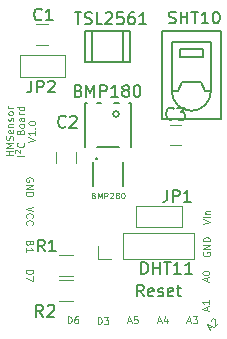
<source format=gto>
G04 #@! TF.FileFunction,Legend,Top*
%FSLAX46Y46*%
G04 Gerber Fmt 4.6, Leading zero omitted, Abs format (unit mm)*
G04 Created by KiCad (PCBNEW 4.0.2-stable) date 05.07.2017 20:46:59*
%MOMM*%
G01*
G04 APERTURE LIST*
%ADD10C,0.100000*%
%ADD11C,0.200000*%
%ADD12C,0.120000*%
%ADD13C,0.149860*%
%ADD14C,0.150000*%
G04 APERTURE END LIST*
D10*
D11*
X181959405Y-120403881D02*
X181626071Y-119927690D01*
X181387976Y-120403881D02*
X181387976Y-119403881D01*
X181768929Y-119403881D01*
X181864167Y-119451500D01*
X181911786Y-119499119D01*
X181959405Y-119594357D01*
X181959405Y-119737214D01*
X181911786Y-119832452D01*
X181864167Y-119880071D01*
X181768929Y-119927690D01*
X181387976Y-119927690D01*
X182768929Y-120356262D02*
X182673691Y-120403881D01*
X182483214Y-120403881D01*
X182387976Y-120356262D01*
X182340357Y-120261024D01*
X182340357Y-119880071D01*
X182387976Y-119784833D01*
X182483214Y-119737214D01*
X182673691Y-119737214D01*
X182768929Y-119784833D01*
X182816548Y-119880071D01*
X182816548Y-119975310D01*
X182340357Y-120070548D01*
X183197500Y-120356262D02*
X183292738Y-120403881D01*
X183483214Y-120403881D01*
X183578453Y-120356262D01*
X183626072Y-120261024D01*
X183626072Y-120213405D01*
X183578453Y-120118167D01*
X183483214Y-120070548D01*
X183340357Y-120070548D01*
X183245119Y-120022929D01*
X183197500Y-119927690D01*
X183197500Y-119880071D01*
X183245119Y-119784833D01*
X183340357Y-119737214D01*
X183483214Y-119737214D01*
X183578453Y-119784833D01*
X184435596Y-120356262D02*
X184340358Y-120403881D01*
X184149881Y-120403881D01*
X184054643Y-120356262D01*
X184007024Y-120261024D01*
X184007024Y-119880071D01*
X184054643Y-119784833D01*
X184149881Y-119737214D01*
X184340358Y-119737214D01*
X184435596Y-119784833D01*
X184483215Y-119880071D01*
X184483215Y-119975310D01*
X184007024Y-120070548D01*
X184768929Y-119737214D02*
X185149881Y-119737214D01*
X184911786Y-119403881D02*
X184911786Y-120261024D01*
X184959405Y-120356262D01*
X185054643Y-120403881D01*
X185149881Y-120403881D01*
X176450929Y-102989071D02*
X176593786Y-103036690D01*
X176641405Y-103084310D01*
X176689024Y-103179548D01*
X176689024Y-103322405D01*
X176641405Y-103417643D01*
X176593786Y-103465262D01*
X176498548Y-103512881D01*
X176117595Y-103512881D01*
X176117595Y-102512881D01*
X176450929Y-102512881D01*
X176546167Y-102560500D01*
X176593786Y-102608119D01*
X176641405Y-102703357D01*
X176641405Y-102798595D01*
X176593786Y-102893833D01*
X176546167Y-102941452D01*
X176450929Y-102989071D01*
X176117595Y-102989071D01*
X177117595Y-103512881D02*
X177117595Y-102512881D01*
X177450929Y-103227167D01*
X177784262Y-102512881D01*
X177784262Y-103512881D01*
X178260452Y-103512881D02*
X178260452Y-102512881D01*
X178641405Y-102512881D01*
X178736643Y-102560500D01*
X178784262Y-102608119D01*
X178831881Y-102703357D01*
X178831881Y-102846214D01*
X178784262Y-102941452D01*
X178736643Y-102989071D01*
X178641405Y-103036690D01*
X178260452Y-103036690D01*
X179784262Y-103512881D02*
X179212833Y-103512881D01*
X179498547Y-103512881D02*
X179498547Y-102512881D01*
X179403309Y-102655738D01*
X179308071Y-102750976D01*
X179212833Y-102798595D01*
X180355690Y-102941452D02*
X180260452Y-102893833D01*
X180212833Y-102846214D01*
X180165214Y-102750976D01*
X180165214Y-102703357D01*
X180212833Y-102608119D01*
X180260452Y-102560500D01*
X180355690Y-102512881D01*
X180546167Y-102512881D01*
X180641405Y-102560500D01*
X180689024Y-102608119D01*
X180736643Y-102703357D01*
X180736643Y-102750976D01*
X180689024Y-102846214D01*
X180641405Y-102893833D01*
X180546167Y-102941452D01*
X180355690Y-102941452D01*
X180260452Y-102989071D01*
X180212833Y-103036690D01*
X180165214Y-103131929D01*
X180165214Y-103322405D01*
X180212833Y-103417643D01*
X180260452Y-103465262D01*
X180355690Y-103512881D01*
X180546167Y-103512881D01*
X180641405Y-103465262D01*
X180689024Y-103417643D01*
X180736643Y-103322405D01*
X180736643Y-103131929D01*
X180689024Y-103036690D01*
X180641405Y-102989071D01*
X180546167Y-102941452D01*
X181355690Y-102512881D02*
X181450929Y-102512881D01*
X181546167Y-102560500D01*
X181593786Y-102608119D01*
X181641405Y-102703357D01*
X181689024Y-102893833D01*
X181689024Y-103131929D01*
X181641405Y-103322405D01*
X181593786Y-103417643D01*
X181546167Y-103465262D01*
X181450929Y-103512881D01*
X181355690Y-103512881D01*
X181260452Y-103465262D01*
X181212833Y-103417643D01*
X181165214Y-103322405D01*
X181117595Y-103131929D01*
X181117595Y-102893833D01*
X181165214Y-102703357D01*
X181212833Y-102608119D01*
X181260452Y-102560500D01*
X181355690Y-102512881D01*
D10*
X172004071Y-118175143D02*
X172604071Y-118175143D01*
X172604071Y-118318000D01*
X172575500Y-118403715D01*
X172518357Y-118460857D01*
X172461214Y-118489429D01*
X172346929Y-118518000D01*
X172261214Y-118518000D01*
X172146929Y-118489429D01*
X172089786Y-118460857D01*
X172032643Y-118403715D01*
X172004071Y-118318000D01*
X172004071Y-118175143D01*
X172604071Y-118718000D02*
X172604071Y-119118000D01*
X172004071Y-118860857D01*
X172318357Y-115898643D02*
X172289786Y-115984357D01*
X172261214Y-116012929D01*
X172204071Y-116041500D01*
X172118357Y-116041500D01*
X172061214Y-116012929D01*
X172032643Y-115984357D01*
X172004071Y-115927215D01*
X172004071Y-115698643D01*
X172604071Y-115698643D01*
X172604071Y-115898643D01*
X172575500Y-115955786D01*
X172546929Y-115984357D01*
X172489786Y-116012929D01*
X172432643Y-116012929D01*
X172375500Y-115984357D01*
X172346929Y-115955786D01*
X172318357Y-115898643D01*
X172318357Y-115698643D01*
X172004071Y-116612929D02*
X172004071Y-116270072D01*
X172004071Y-116441500D02*
X172604071Y-116441500D01*
X172518357Y-116384357D01*
X172461214Y-116327215D01*
X172432643Y-116270072D01*
X172604071Y-112801500D02*
X172004071Y-113001500D01*
X172604071Y-113201500D01*
X172061214Y-113744357D02*
X172032643Y-113715786D01*
X172004071Y-113630072D01*
X172004071Y-113572929D01*
X172032643Y-113487214D01*
X172089786Y-113430072D01*
X172146929Y-113401500D01*
X172261214Y-113372929D01*
X172346929Y-113372929D01*
X172461214Y-113401500D01*
X172518357Y-113430072D01*
X172575500Y-113487214D01*
X172604071Y-113572929D01*
X172604071Y-113630072D01*
X172575500Y-113715786D01*
X172546929Y-113744357D01*
X172061214Y-114344357D02*
X172032643Y-114315786D01*
X172004071Y-114230072D01*
X172004071Y-114172929D01*
X172032643Y-114087214D01*
X172089786Y-114030072D01*
X172146929Y-114001500D01*
X172261214Y-113972929D01*
X172346929Y-113972929D01*
X172461214Y-114001500D01*
X172518357Y-114030072D01*
X172575500Y-114087214D01*
X172604071Y-114172929D01*
X172604071Y-114230072D01*
X172575500Y-114315786D01*
X172546929Y-114344357D01*
X172575500Y-110667858D02*
X172604071Y-110610715D01*
X172604071Y-110525001D01*
X172575500Y-110439286D01*
X172518357Y-110382144D01*
X172461214Y-110353572D01*
X172346929Y-110325001D01*
X172261214Y-110325001D01*
X172146929Y-110353572D01*
X172089786Y-110382144D01*
X172032643Y-110439286D01*
X172004071Y-110525001D01*
X172004071Y-110582144D01*
X172032643Y-110667858D01*
X172061214Y-110696429D01*
X172261214Y-110696429D01*
X172261214Y-110582144D01*
X172004071Y-110953572D02*
X172604071Y-110953572D01*
X172004071Y-111296429D01*
X172604071Y-111296429D01*
X172004071Y-111582143D02*
X172604071Y-111582143D01*
X172604071Y-111725000D01*
X172575500Y-111810715D01*
X172518357Y-111867857D01*
X172461214Y-111896429D01*
X172346929Y-111925000D01*
X172261214Y-111925000D01*
X172146929Y-111896429D01*
X172089786Y-111867857D01*
X172032643Y-111810715D01*
X172004071Y-111725000D01*
X172004071Y-111582143D01*
X170908429Y-108454571D02*
X170308429Y-108454571D01*
X170594143Y-108454571D02*
X170594143Y-108111714D01*
X170908429Y-108111714D02*
X170308429Y-108111714D01*
X170908429Y-107826000D02*
X170308429Y-107826000D01*
X170737000Y-107626000D01*
X170308429Y-107426000D01*
X170908429Y-107426000D01*
X170879857Y-107168857D02*
X170908429Y-107083143D01*
X170908429Y-106940286D01*
X170879857Y-106883143D01*
X170851286Y-106854572D01*
X170794143Y-106826000D01*
X170737000Y-106826000D01*
X170679857Y-106854572D01*
X170651286Y-106883143D01*
X170622714Y-106940286D01*
X170594143Y-107054572D01*
X170565571Y-107111714D01*
X170537000Y-107140286D01*
X170479857Y-107168857D01*
X170422714Y-107168857D01*
X170365571Y-107140286D01*
X170337000Y-107111714D01*
X170308429Y-107054572D01*
X170308429Y-106911714D01*
X170337000Y-106826000D01*
X170879857Y-106340285D02*
X170908429Y-106397428D01*
X170908429Y-106511714D01*
X170879857Y-106568857D01*
X170822714Y-106597428D01*
X170594143Y-106597428D01*
X170537000Y-106568857D01*
X170508429Y-106511714D01*
X170508429Y-106397428D01*
X170537000Y-106340285D01*
X170594143Y-106311714D01*
X170651286Y-106311714D01*
X170708429Y-106597428D01*
X170508429Y-106054571D02*
X170908429Y-106054571D01*
X170565571Y-106054571D02*
X170537000Y-106025999D01*
X170508429Y-105968857D01*
X170508429Y-105883142D01*
X170537000Y-105825999D01*
X170594143Y-105797428D01*
X170908429Y-105797428D01*
X170879857Y-105540285D02*
X170908429Y-105483142D01*
X170908429Y-105368857D01*
X170879857Y-105311714D01*
X170822714Y-105283142D01*
X170794143Y-105283142D01*
X170737000Y-105311714D01*
X170708429Y-105368857D01*
X170708429Y-105454571D01*
X170679857Y-105511714D01*
X170622714Y-105540285D01*
X170594143Y-105540285D01*
X170537000Y-105511714D01*
X170508429Y-105454571D01*
X170508429Y-105368857D01*
X170537000Y-105311714D01*
X170908429Y-104940286D02*
X170879857Y-104997428D01*
X170851286Y-105026000D01*
X170794143Y-105054571D01*
X170622714Y-105054571D01*
X170565571Y-105026000D01*
X170537000Y-104997428D01*
X170508429Y-104940286D01*
X170508429Y-104854571D01*
X170537000Y-104797428D01*
X170565571Y-104768857D01*
X170622714Y-104740286D01*
X170794143Y-104740286D01*
X170851286Y-104768857D01*
X170879857Y-104797428D01*
X170908429Y-104854571D01*
X170908429Y-104940286D01*
X170908429Y-104483143D02*
X170508429Y-104483143D01*
X170622714Y-104483143D02*
X170565571Y-104454571D01*
X170537000Y-104426000D01*
X170508429Y-104368857D01*
X170508429Y-104311714D01*
X171848429Y-108483143D02*
X171248429Y-108483143D01*
X171105571Y-108226000D02*
X171077000Y-108168857D01*
X171077000Y-108083143D01*
X171105571Y-108026000D01*
X171162714Y-107997429D01*
X171219857Y-107997429D01*
X171277000Y-108026000D01*
X171477000Y-108226000D01*
X171477000Y-107997429D01*
X171791286Y-107397429D02*
X171819857Y-107426000D01*
X171848429Y-107511714D01*
X171848429Y-107568857D01*
X171819857Y-107654572D01*
X171762714Y-107711714D01*
X171705571Y-107740286D01*
X171591286Y-107768857D01*
X171505571Y-107768857D01*
X171391286Y-107740286D01*
X171334143Y-107711714D01*
X171277000Y-107654572D01*
X171248429Y-107568857D01*
X171248429Y-107511714D01*
X171277000Y-107426000D01*
X171305571Y-107397429D01*
X171534143Y-106483143D02*
X171562714Y-106397429D01*
X171591286Y-106368857D01*
X171648429Y-106340286D01*
X171734143Y-106340286D01*
X171791286Y-106368857D01*
X171819857Y-106397429D01*
X171848429Y-106454571D01*
X171848429Y-106683143D01*
X171248429Y-106683143D01*
X171248429Y-106483143D01*
X171277000Y-106426000D01*
X171305571Y-106397429D01*
X171362714Y-106368857D01*
X171419857Y-106368857D01*
X171477000Y-106397429D01*
X171505571Y-106426000D01*
X171534143Y-106483143D01*
X171534143Y-106683143D01*
X171848429Y-105997429D02*
X171819857Y-106054571D01*
X171791286Y-106083143D01*
X171734143Y-106111714D01*
X171562714Y-106111714D01*
X171505571Y-106083143D01*
X171477000Y-106054571D01*
X171448429Y-105997429D01*
X171448429Y-105911714D01*
X171477000Y-105854571D01*
X171505571Y-105826000D01*
X171562714Y-105797429D01*
X171734143Y-105797429D01*
X171791286Y-105826000D01*
X171819857Y-105854571D01*
X171848429Y-105911714D01*
X171848429Y-105997429D01*
X171848429Y-105283143D02*
X171534143Y-105283143D01*
X171477000Y-105311714D01*
X171448429Y-105368857D01*
X171448429Y-105483143D01*
X171477000Y-105540286D01*
X171819857Y-105283143D02*
X171848429Y-105340286D01*
X171848429Y-105483143D01*
X171819857Y-105540286D01*
X171762714Y-105568857D01*
X171705571Y-105568857D01*
X171648429Y-105540286D01*
X171619857Y-105483143D01*
X171619857Y-105340286D01*
X171591286Y-105283143D01*
X171848429Y-104997429D02*
X171448429Y-104997429D01*
X171562714Y-104997429D02*
X171505571Y-104968857D01*
X171477000Y-104940286D01*
X171448429Y-104883143D01*
X171448429Y-104826000D01*
X171848429Y-104368857D02*
X171248429Y-104368857D01*
X171819857Y-104368857D02*
X171848429Y-104426000D01*
X171848429Y-104540286D01*
X171819857Y-104597428D01*
X171791286Y-104626000D01*
X171734143Y-104654571D01*
X171562714Y-104654571D01*
X171505571Y-104626000D01*
X171477000Y-104597428D01*
X171448429Y-104540286D01*
X171448429Y-104426000D01*
X171477000Y-104368857D01*
X172188429Y-107340286D02*
X172788429Y-107140286D01*
X172188429Y-106940286D01*
X172788429Y-106426000D02*
X172788429Y-106768857D01*
X172788429Y-106597429D02*
X172188429Y-106597429D01*
X172274143Y-106654572D01*
X172331286Y-106711714D01*
X172359857Y-106768857D01*
X172731286Y-106168857D02*
X172759857Y-106140285D01*
X172788429Y-106168857D01*
X172759857Y-106197428D01*
X172731286Y-106168857D01*
X172788429Y-106168857D01*
X172188429Y-105768857D02*
X172188429Y-105711714D01*
X172217000Y-105654571D01*
X172245571Y-105626000D01*
X172302714Y-105597429D01*
X172417000Y-105568857D01*
X172559857Y-105568857D01*
X172674143Y-105597429D01*
X172731286Y-105626000D01*
X172759857Y-105654571D01*
X172788429Y-105711714D01*
X172788429Y-105768857D01*
X172759857Y-105826000D01*
X172731286Y-105854571D01*
X172674143Y-105883143D01*
X172559857Y-105911714D01*
X172417000Y-105911714D01*
X172302714Y-105883143D01*
X172245571Y-105854571D01*
X172217000Y-105826000D01*
X172188429Y-105768857D01*
X186996429Y-114279285D02*
X187596429Y-114079285D01*
X186996429Y-113879285D01*
X187596429Y-113679285D02*
X187196429Y-113679285D01*
X186996429Y-113679285D02*
X187025000Y-113707856D01*
X187053571Y-113679285D01*
X187025000Y-113650713D01*
X186996429Y-113679285D01*
X187053571Y-113679285D01*
X187196429Y-113393571D02*
X187596429Y-113393571D01*
X187253571Y-113393571D02*
X187225000Y-113364999D01*
X187196429Y-113307857D01*
X187196429Y-113222142D01*
X187225000Y-113164999D01*
X187282143Y-113136428D01*
X187596429Y-113136428D01*
X175515643Y-122699429D02*
X175515643Y-122099429D01*
X175658500Y-122099429D01*
X175744215Y-122128000D01*
X175801357Y-122185143D01*
X175829929Y-122242286D01*
X175858500Y-122356571D01*
X175858500Y-122442286D01*
X175829929Y-122556571D01*
X175801357Y-122613714D01*
X175744215Y-122670857D01*
X175658500Y-122699429D01*
X175515643Y-122699429D01*
X176372786Y-122099429D02*
X176258500Y-122099429D01*
X176201357Y-122128000D01*
X176172786Y-122156571D01*
X176115643Y-122242286D01*
X176087072Y-122356571D01*
X176087072Y-122585143D01*
X176115643Y-122642286D01*
X176144215Y-122670857D01*
X176201357Y-122699429D01*
X176315643Y-122699429D01*
X176372786Y-122670857D01*
X176401357Y-122642286D01*
X176429929Y-122585143D01*
X176429929Y-122442286D01*
X176401357Y-122385143D01*
X176372786Y-122356571D01*
X176315643Y-122328000D01*
X176201357Y-122328000D01*
X176144215Y-122356571D01*
X176115643Y-122385143D01*
X176087072Y-122442286D01*
X178055643Y-122762929D02*
X178055643Y-122162929D01*
X178198500Y-122162929D01*
X178284215Y-122191500D01*
X178341357Y-122248643D01*
X178369929Y-122305786D01*
X178398500Y-122420071D01*
X178398500Y-122505786D01*
X178369929Y-122620071D01*
X178341357Y-122677214D01*
X178284215Y-122734357D01*
X178198500Y-122762929D01*
X178055643Y-122762929D01*
X178598500Y-122162929D02*
X178969929Y-122162929D01*
X178769929Y-122391500D01*
X178855643Y-122391500D01*
X178912786Y-122420071D01*
X178941357Y-122448643D01*
X178969929Y-122505786D01*
X178969929Y-122648643D01*
X178941357Y-122705786D01*
X178912786Y-122734357D01*
X178855643Y-122762929D01*
X178684215Y-122762929D01*
X178627072Y-122734357D01*
X178598500Y-122705786D01*
X180609929Y-122528000D02*
X180895643Y-122528000D01*
X180552786Y-122699429D02*
X180752786Y-122099429D01*
X180952786Y-122699429D01*
X181438500Y-122099429D02*
X181152786Y-122099429D01*
X181124215Y-122385143D01*
X181152786Y-122356571D01*
X181209929Y-122328000D01*
X181352786Y-122328000D01*
X181409929Y-122356571D01*
X181438500Y-122385143D01*
X181467072Y-122442286D01*
X181467072Y-122585143D01*
X181438500Y-122642286D01*
X181409929Y-122670857D01*
X181352786Y-122699429D01*
X181209929Y-122699429D01*
X181152786Y-122670857D01*
X181124215Y-122642286D01*
X183149929Y-122528000D02*
X183435643Y-122528000D01*
X183092786Y-122699429D02*
X183292786Y-122099429D01*
X183492786Y-122699429D01*
X183949929Y-122299429D02*
X183949929Y-122699429D01*
X183807072Y-122070857D02*
X183664215Y-122499429D01*
X184035643Y-122499429D01*
X185626429Y-122528000D02*
X185912143Y-122528000D01*
X185569286Y-122699429D02*
X185769286Y-122099429D01*
X185969286Y-122699429D01*
X186112143Y-122099429D02*
X186483572Y-122099429D01*
X186283572Y-122328000D01*
X186369286Y-122328000D01*
X186426429Y-122356571D01*
X186455000Y-122385143D01*
X186483572Y-122442286D01*
X186483572Y-122585143D01*
X186455000Y-122642286D01*
X186426429Y-122670857D01*
X186369286Y-122699429D01*
X186197858Y-122699429D01*
X186140715Y-122670857D01*
X186112143Y-122642286D01*
X187537165Y-123119256D02*
X187739196Y-122917226D01*
X187617978Y-123280881D02*
X187335135Y-122715196D01*
X187900820Y-122998038D01*
X187638180Y-122492961D02*
X187638180Y-122452556D01*
X187658384Y-122391947D01*
X187759399Y-122290931D01*
X187820008Y-122270728D01*
X187860413Y-122270728D01*
X187921023Y-122290931D01*
X187961429Y-122331337D01*
X188001835Y-122412149D01*
X188001835Y-122897023D01*
X188264475Y-122634383D01*
X187361500Y-121586571D02*
X187361500Y-121300857D01*
X187532929Y-121643714D02*
X186932929Y-121443714D01*
X187532929Y-121243714D01*
X187532929Y-120729428D02*
X187532929Y-121072285D01*
X187532929Y-120900857D02*
X186932929Y-120900857D01*
X187018643Y-120958000D01*
X187075786Y-121015142D01*
X187104357Y-121072285D01*
X187361500Y-119110071D02*
X187361500Y-118824357D01*
X187532929Y-119167214D02*
X186932929Y-118967214D01*
X187532929Y-118767214D01*
X186932929Y-118452928D02*
X186932929Y-118395785D01*
X186961500Y-118338642D01*
X186990071Y-118310071D01*
X187047214Y-118281500D01*
X187161500Y-118252928D01*
X187304357Y-118252928D01*
X187418643Y-118281500D01*
X187475786Y-118310071D01*
X187504357Y-118338642D01*
X187532929Y-118395785D01*
X187532929Y-118452928D01*
X187504357Y-118510071D01*
X187475786Y-118538642D01*
X187418643Y-118567214D01*
X187304357Y-118595785D01*
X187161500Y-118595785D01*
X187047214Y-118567214D01*
X186990071Y-118538642D01*
X186961500Y-118510071D01*
X186932929Y-118452928D01*
X187025000Y-116662142D02*
X186996429Y-116719285D01*
X186996429Y-116804999D01*
X187025000Y-116890714D01*
X187082143Y-116947856D01*
X187139286Y-116976428D01*
X187253571Y-117004999D01*
X187339286Y-117004999D01*
X187453571Y-116976428D01*
X187510714Y-116947856D01*
X187567857Y-116890714D01*
X187596429Y-116804999D01*
X187596429Y-116747856D01*
X187567857Y-116662142D01*
X187539286Y-116633571D01*
X187339286Y-116633571D01*
X187339286Y-116747856D01*
X187596429Y-116376428D02*
X186996429Y-116376428D01*
X187596429Y-116033571D01*
X186996429Y-116033571D01*
X187596429Y-115747857D02*
X186996429Y-115747857D01*
X186996429Y-115605000D01*
X187025000Y-115519285D01*
X187082143Y-115462143D01*
X187139286Y-115433571D01*
X187253571Y-115405000D01*
X187339286Y-115405000D01*
X187453571Y-115433571D01*
X187510714Y-115462143D01*
X187567857Y-115519285D01*
X187596429Y-115605000D01*
X187596429Y-115747857D01*
D12*
X172855000Y-99084500D02*
X173855000Y-99084500D01*
X173855000Y-97384500D02*
X172855000Y-97384500D01*
X176237000Y-109148500D02*
X176237000Y-108148500D01*
X174537000Y-108148500D02*
X174537000Y-109148500D01*
X181351000Y-114555000D02*
X185171000Y-114555000D01*
X185171000Y-114555000D02*
X185171000Y-112775000D01*
X185171000Y-112775000D02*
X181351000Y-112775000D01*
X181351000Y-114555000D02*
X181351000Y-112775000D01*
X175328500Y-100011500D02*
X171508500Y-100011500D01*
X171508500Y-100011500D02*
X171508500Y-101791500D01*
X171508500Y-101791500D02*
X175328500Y-101791500D01*
X175328500Y-100011500D02*
X175328500Y-101791500D01*
X175987000Y-118672500D02*
X174787000Y-118672500D01*
X174787000Y-116912500D02*
X175987000Y-116912500D01*
X175987000Y-120768000D02*
X174787000Y-120768000D01*
X174787000Y-119008000D02*
X175987000Y-119008000D01*
D11*
X186825000Y-102230000D02*
X187156000Y-103050000D01*
X184844000Y-103050000D02*
X185175000Y-102230000D01*
X185175000Y-102230000D02*
X186825000Y-102230000D01*
X187650000Y-103050000D02*
X187320000Y-103050000D01*
X187320000Y-103050000D02*
X187156000Y-103050000D01*
X184350000Y-103050000D02*
X184844000Y-103050000D01*
X185000000Y-99500000D02*
X187000000Y-99500000D01*
X187000000Y-99500000D02*
X187000000Y-100100000D01*
X187000000Y-100100000D02*
X185000000Y-100100000D01*
X185000000Y-100100000D02*
X185000000Y-99500000D01*
X184350000Y-103050000D02*
G75*
G03X186000000Y-104700000I1650000J0D01*
G01*
X186000000Y-104700000D02*
G75*
G03X187650000Y-103050000I0J1650000D01*
G01*
X187650000Y-101000000D02*
X187650000Y-103050000D01*
X184350000Y-101000000D02*
X184350000Y-103050000D01*
X187650000Y-101000000D02*
X187650000Y-98850000D01*
X187650000Y-98850000D02*
X186000000Y-98850000D01*
X186000000Y-98850000D02*
X184350000Y-98850000D01*
X184350000Y-98850000D02*
X184350000Y-101000000D01*
X188470000Y-105370000D02*
X188470000Y-101000000D01*
X188470000Y-101000000D02*
X188470000Y-105370000D01*
X188470000Y-105370000D02*
X183530000Y-105370000D01*
X183530000Y-105370000D02*
X183530000Y-101000000D01*
X188470000Y-97900000D02*
X188470000Y-101000000D01*
X183530000Y-97900000D02*
X183530000Y-101000000D01*
X183530000Y-97900000D02*
X188470000Y-97900000D01*
X180179500Y-100550500D02*
X180179500Y-97950500D01*
X177579500Y-100550500D02*
X177579500Y-97950500D01*
X176979500Y-100550500D02*
X176979500Y-97950500D01*
X176979500Y-97950500D02*
X180779500Y-97950500D01*
X180779500Y-97950500D02*
X180779500Y-100550500D01*
X180779500Y-100550500D02*
X176979500Y-100550500D01*
D13*
X179868000Y-104968000D02*
G75*
G03X179868000Y-104968000I-250000J0D01*
G01*
X179493000Y-104068000D02*
X179893000Y-104068000D01*
X180893000Y-104068000D02*
X180743000Y-104068000D01*
X176993000Y-104068000D02*
X177143000Y-104068000D01*
X180893000Y-104068000D02*
X180893000Y-107768000D01*
X177993000Y-107768000D02*
X179893000Y-107768000D01*
X176993000Y-104068000D02*
X176993000Y-107768000D01*
D14*
X177993000Y-104068000D02*
X178393000Y-104068000D01*
D12*
X180197000Y-117201500D02*
X186257000Y-117201500D01*
X186257000Y-117201500D02*
X186257000Y-115081500D01*
X186257000Y-115081500D02*
X180197000Y-115081500D01*
X180197000Y-115081500D02*
X180197000Y-117201500D01*
X179197000Y-117201500D02*
X178137000Y-117201500D01*
X178137000Y-117201500D02*
X178137000Y-116141500D01*
X185158000Y-105893500D02*
X184158000Y-105893500D01*
X184158000Y-107593500D02*
X185158000Y-107593500D01*
D14*
X178043000Y-108745500D02*
G75*
G03X178043000Y-108745500I-75000J0D01*
G01*
X180243000Y-109045500D02*
X180243000Y-111045500D01*
X177643000Y-111045500D02*
X177643000Y-108995500D01*
X173315334Y-96940643D02*
X173267715Y-96988262D01*
X173124858Y-97035881D01*
X173029620Y-97035881D01*
X172886762Y-96988262D01*
X172791524Y-96893024D01*
X172743905Y-96797786D01*
X172696286Y-96607310D01*
X172696286Y-96464452D01*
X172743905Y-96273976D01*
X172791524Y-96178738D01*
X172886762Y-96083500D01*
X173029620Y-96035881D01*
X173124858Y-96035881D01*
X173267715Y-96083500D01*
X173315334Y-96131119D01*
X174267715Y-97035881D02*
X173696286Y-97035881D01*
X173982000Y-97035881D02*
X173982000Y-96035881D01*
X173886762Y-96178738D01*
X173791524Y-96273976D01*
X173696286Y-96321595D01*
X175347334Y-106021143D02*
X175299715Y-106068762D01*
X175156858Y-106116381D01*
X175061620Y-106116381D01*
X174918762Y-106068762D01*
X174823524Y-105973524D01*
X174775905Y-105878286D01*
X174728286Y-105687810D01*
X174728286Y-105544952D01*
X174775905Y-105354476D01*
X174823524Y-105259238D01*
X174918762Y-105164000D01*
X175061620Y-105116381D01*
X175156858Y-105116381D01*
X175299715Y-105164000D01*
X175347334Y-105211619D01*
X175728286Y-105211619D02*
X175775905Y-105164000D01*
X175871143Y-105116381D01*
X176109239Y-105116381D01*
X176204477Y-105164000D01*
X176252096Y-105211619D01*
X176299715Y-105306857D01*
X176299715Y-105402095D01*
X176252096Y-105544952D01*
X175680667Y-106116381D01*
X176299715Y-106116381D01*
X183951667Y-111402881D02*
X183951667Y-112117167D01*
X183904047Y-112260024D01*
X183808809Y-112355262D01*
X183665952Y-112402881D01*
X183570714Y-112402881D01*
X184427857Y-112402881D02*
X184427857Y-111402881D01*
X184808810Y-111402881D01*
X184904048Y-111450500D01*
X184951667Y-111498119D01*
X184999286Y-111593357D01*
X184999286Y-111736214D01*
X184951667Y-111831452D01*
X184904048Y-111879071D01*
X184808810Y-111926690D01*
X184427857Y-111926690D01*
X185951667Y-112402881D02*
X185380238Y-112402881D01*
X185665952Y-112402881D02*
X185665952Y-111402881D01*
X185570714Y-111545738D01*
X185475476Y-111640976D01*
X185380238Y-111688595D01*
X172458167Y-102131881D02*
X172458167Y-102846167D01*
X172410547Y-102989024D01*
X172315309Y-103084262D01*
X172172452Y-103131881D01*
X172077214Y-103131881D01*
X172934357Y-103131881D02*
X172934357Y-102131881D01*
X173315310Y-102131881D01*
X173410548Y-102179500D01*
X173458167Y-102227119D01*
X173505786Y-102322357D01*
X173505786Y-102465214D01*
X173458167Y-102560452D01*
X173410548Y-102608071D01*
X173315310Y-102655690D01*
X172934357Y-102655690D01*
X173886738Y-102227119D02*
X173934357Y-102179500D01*
X174029595Y-102131881D01*
X174267691Y-102131881D01*
X174362929Y-102179500D01*
X174410548Y-102227119D01*
X174458167Y-102322357D01*
X174458167Y-102417595D01*
X174410548Y-102560452D01*
X173839119Y-103131881D01*
X174458167Y-103131881D01*
X173569334Y-116593881D02*
X173236000Y-116117690D01*
X172997905Y-116593881D02*
X172997905Y-115593881D01*
X173378858Y-115593881D01*
X173474096Y-115641500D01*
X173521715Y-115689119D01*
X173569334Y-115784357D01*
X173569334Y-115927214D01*
X173521715Y-116022452D01*
X173474096Y-116070071D01*
X173378858Y-116117690D01*
X172997905Y-116117690D01*
X174521715Y-116593881D02*
X173950286Y-116593881D01*
X174236000Y-116593881D02*
X174236000Y-115593881D01*
X174140762Y-115736738D01*
X174045524Y-115831976D01*
X173950286Y-115879595D01*
X173442334Y-122118381D02*
X173109000Y-121642190D01*
X172870905Y-122118381D02*
X172870905Y-121118381D01*
X173251858Y-121118381D01*
X173347096Y-121166000D01*
X173394715Y-121213619D01*
X173442334Y-121308857D01*
X173442334Y-121451714D01*
X173394715Y-121546952D01*
X173347096Y-121594571D01*
X173251858Y-121642190D01*
X172870905Y-121642190D01*
X173823286Y-121213619D02*
X173870905Y-121166000D01*
X173966143Y-121118381D01*
X174204239Y-121118381D01*
X174299477Y-121166000D01*
X174347096Y-121213619D01*
X174394715Y-121308857D01*
X174394715Y-121404095D01*
X174347096Y-121546952D01*
X173775667Y-122118381D01*
X174394715Y-122118381D01*
D11*
X184102643Y-97242262D02*
X184245500Y-97289881D01*
X184483596Y-97289881D01*
X184578834Y-97242262D01*
X184626453Y-97194643D01*
X184674072Y-97099405D01*
X184674072Y-97004167D01*
X184626453Y-96908929D01*
X184578834Y-96861310D01*
X184483596Y-96813690D01*
X184293119Y-96766071D01*
X184197881Y-96718452D01*
X184150262Y-96670833D01*
X184102643Y-96575595D01*
X184102643Y-96480357D01*
X184150262Y-96385119D01*
X184197881Y-96337500D01*
X184293119Y-96289881D01*
X184531215Y-96289881D01*
X184674072Y-96337500D01*
X185102643Y-97289881D02*
X185102643Y-96289881D01*
X185102643Y-96766071D02*
X185674072Y-96766071D01*
X185674072Y-97289881D02*
X185674072Y-96289881D01*
X186007405Y-96289881D02*
X186578834Y-96289881D01*
X186293119Y-97289881D02*
X186293119Y-96289881D01*
X187435977Y-97289881D02*
X186864548Y-97289881D01*
X187150262Y-97289881D02*
X187150262Y-96289881D01*
X187055024Y-96432738D01*
X186959786Y-96527976D01*
X186864548Y-96575595D01*
X188055024Y-96289881D02*
X188150263Y-96289881D01*
X188245501Y-96337500D01*
X188293120Y-96385119D01*
X188340739Y-96480357D01*
X188388358Y-96670833D01*
X188388358Y-96908929D01*
X188340739Y-97099405D01*
X188293120Y-97194643D01*
X188245501Y-97242262D01*
X188150263Y-97289881D01*
X188055024Y-97289881D01*
X187959786Y-97242262D01*
X187912167Y-97194643D01*
X187864548Y-97099405D01*
X187816929Y-96908929D01*
X187816929Y-96670833D01*
X187864548Y-96480357D01*
X187912167Y-96385119D01*
X187959786Y-96337500D01*
X188055024Y-96289881D01*
X176125571Y-96353381D02*
X176697000Y-96353381D01*
X176411285Y-97353381D02*
X176411285Y-96353381D01*
X176982714Y-97305762D02*
X177125571Y-97353381D01*
X177363667Y-97353381D01*
X177458905Y-97305762D01*
X177506524Y-97258143D01*
X177554143Y-97162905D01*
X177554143Y-97067667D01*
X177506524Y-96972429D01*
X177458905Y-96924810D01*
X177363667Y-96877190D01*
X177173190Y-96829571D01*
X177077952Y-96781952D01*
X177030333Y-96734333D01*
X176982714Y-96639095D01*
X176982714Y-96543857D01*
X177030333Y-96448619D01*
X177077952Y-96401000D01*
X177173190Y-96353381D01*
X177411286Y-96353381D01*
X177554143Y-96401000D01*
X178458905Y-97353381D02*
X177982714Y-97353381D01*
X177982714Y-96353381D01*
X178744619Y-96448619D02*
X178792238Y-96401000D01*
X178887476Y-96353381D01*
X179125572Y-96353381D01*
X179220810Y-96401000D01*
X179268429Y-96448619D01*
X179316048Y-96543857D01*
X179316048Y-96639095D01*
X179268429Y-96781952D01*
X178697000Y-97353381D01*
X179316048Y-97353381D01*
X180220810Y-96353381D02*
X179744619Y-96353381D01*
X179697000Y-96829571D01*
X179744619Y-96781952D01*
X179839857Y-96734333D01*
X180077953Y-96734333D01*
X180173191Y-96781952D01*
X180220810Y-96829571D01*
X180268429Y-96924810D01*
X180268429Y-97162905D01*
X180220810Y-97258143D01*
X180173191Y-97305762D01*
X180077953Y-97353381D01*
X179839857Y-97353381D01*
X179744619Y-97305762D01*
X179697000Y-97258143D01*
X181125572Y-96353381D02*
X180935095Y-96353381D01*
X180839857Y-96401000D01*
X180792238Y-96448619D01*
X180697000Y-96591476D01*
X180649381Y-96781952D01*
X180649381Y-97162905D01*
X180697000Y-97258143D01*
X180744619Y-97305762D01*
X180839857Y-97353381D01*
X181030334Y-97353381D01*
X181125572Y-97305762D01*
X181173191Y-97258143D01*
X181220810Y-97162905D01*
X181220810Y-96924810D01*
X181173191Y-96829571D01*
X181125572Y-96781952D01*
X181030334Y-96734333D01*
X180839857Y-96734333D01*
X180744619Y-96781952D01*
X180697000Y-96829571D01*
X180649381Y-96924810D01*
X182173191Y-97353381D02*
X181601762Y-97353381D01*
X181887476Y-97353381D02*
X181887476Y-96353381D01*
X181792238Y-96496238D01*
X181697000Y-96591476D01*
X181601762Y-96639095D01*
X181776952Y-118498881D02*
X181776952Y-117498881D01*
X182015047Y-117498881D01*
X182157905Y-117546500D01*
X182253143Y-117641738D01*
X182300762Y-117736976D01*
X182348381Y-117927452D01*
X182348381Y-118070310D01*
X182300762Y-118260786D01*
X182253143Y-118356024D01*
X182157905Y-118451262D01*
X182015047Y-118498881D01*
X181776952Y-118498881D01*
X182776952Y-118498881D02*
X182776952Y-117498881D01*
X182776952Y-117975071D02*
X183348381Y-117975071D01*
X183348381Y-118498881D02*
X183348381Y-117498881D01*
X183681714Y-117498881D02*
X184253143Y-117498881D01*
X183967428Y-118498881D02*
X183967428Y-117498881D01*
X185110286Y-118498881D02*
X184538857Y-118498881D01*
X184824571Y-118498881D02*
X184824571Y-117498881D01*
X184729333Y-117641738D01*
X184634095Y-117736976D01*
X184538857Y-117784595D01*
X186062667Y-118498881D02*
X185491238Y-118498881D01*
X185776952Y-118498881D02*
X185776952Y-117498881D01*
X185681714Y-117641738D01*
X185586476Y-117736976D01*
X185491238Y-117784595D01*
D14*
X184491334Y-105350643D02*
X184443715Y-105398262D01*
X184300858Y-105445881D01*
X184205620Y-105445881D01*
X184062762Y-105398262D01*
X183967524Y-105303024D01*
X183919905Y-105207786D01*
X183872286Y-105017310D01*
X183872286Y-104874452D01*
X183919905Y-104683976D01*
X183967524Y-104588738D01*
X184062762Y-104493500D01*
X184205620Y-104445881D01*
X184300858Y-104445881D01*
X184443715Y-104493500D01*
X184491334Y-104541119D01*
X184824667Y-104445881D02*
X185443715Y-104445881D01*
X185110381Y-104826833D01*
X185253239Y-104826833D01*
X185348477Y-104874452D01*
X185396096Y-104922071D01*
X185443715Y-105017310D01*
X185443715Y-105255405D01*
X185396096Y-105350643D01*
X185348477Y-105398262D01*
X185253239Y-105445881D01*
X184967524Y-105445881D01*
X184872286Y-105398262D01*
X184824667Y-105350643D01*
D10*
X177728715Y-111851286D02*
X177800144Y-111875095D01*
X177823953Y-111898905D01*
X177847763Y-111946524D01*
X177847763Y-112017952D01*
X177823953Y-112065571D01*
X177800144Y-112089381D01*
X177752525Y-112113190D01*
X177562049Y-112113190D01*
X177562049Y-111613190D01*
X177728715Y-111613190D01*
X177776334Y-111637000D01*
X177800144Y-111660810D01*
X177823953Y-111708429D01*
X177823953Y-111756048D01*
X177800144Y-111803667D01*
X177776334Y-111827476D01*
X177728715Y-111851286D01*
X177562049Y-111851286D01*
X178062049Y-112113190D02*
X178062049Y-111613190D01*
X178228715Y-111970333D01*
X178395382Y-111613190D01*
X178395382Y-112113190D01*
X178633478Y-112113190D02*
X178633478Y-111613190D01*
X178823954Y-111613190D01*
X178871573Y-111637000D01*
X178895382Y-111660810D01*
X178919192Y-111708429D01*
X178919192Y-111779857D01*
X178895382Y-111827476D01*
X178871573Y-111851286D01*
X178823954Y-111875095D01*
X178633478Y-111875095D01*
X179109668Y-111660810D02*
X179133478Y-111637000D01*
X179181097Y-111613190D01*
X179300144Y-111613190D01*
X179347763Y-111637000D01*
X179371573Y-111660810D01*
X179395382Y-111708429D01*
X179395382Y-111756048D01*
X179371573Y-111827476D01*
X179085859Y-112113190D01*
X179395382Y-112113190D01*
X179681096Y-111827476D02*
X179633477Y-111803667D01*
X179609668Y-111779857D01*
X179585858Y-111732238D01*
X179585858Y-111708429D01*
X179609668Y-111660810D01*
X179633477Y-111637000D01*
X179681096Y-111613190D01*
X179776334Y-111613190D01*
X179823953Y-111637000D01*
X179847763Y-111660810D01*
X179871572Y-111708429D01*
X179871572Y-111732238D01*
X179847763Y-111779857D01*
X179823953Y-111803667D01*
X179776334Y-111827476D01*
X179681096Y-111827476D01*
X179633477Y-111851286D01*
X179609668Y-111875095D01*
X179585858Y-111922714D01*
X179585858Y-112017952D01*
X179609668Y-112065571D01*
X179633477Y-112089381D01*
X179681096Y-112113190D01*
X179776334Y-112113190D01*
X179823953Y-112089381D01*
X179847763Y-112065571D01*
X179871572Y-112017952D01*
X179871572Y-111922714D01*
X179847763Y-111875095D01*
X179823953Y-111851286D01*
X179776334Y-111827476D01*
X180181096Y-111613190D02*
X180228715Y-111613190D01*
X180276334Y-111637000D01*
X180300143Y-111660810D01*
X180323953Y-111708429D01*
X180347762Y-111803667D01*
X180347762Y-111922714D01*
X180323953Y-112017952D01*
X180300143Y-112065571D01*
X180276334Y-112089381D01*
X180228715Y-112113190D01*
X180181096Y-112113190D01*
X180133477Y-112089381D01*
X180109667Y-112065571D01*
X180085858Y-112017952D01*
X180062048Y-111922714D01*
X180062048Y-111803667D01*
X180085858Y-111708429D01*
X180109667Y-111660810D01*
X180133477Y-111637000D01*
X180181096Y-111613190D01*
M02*

</source>
